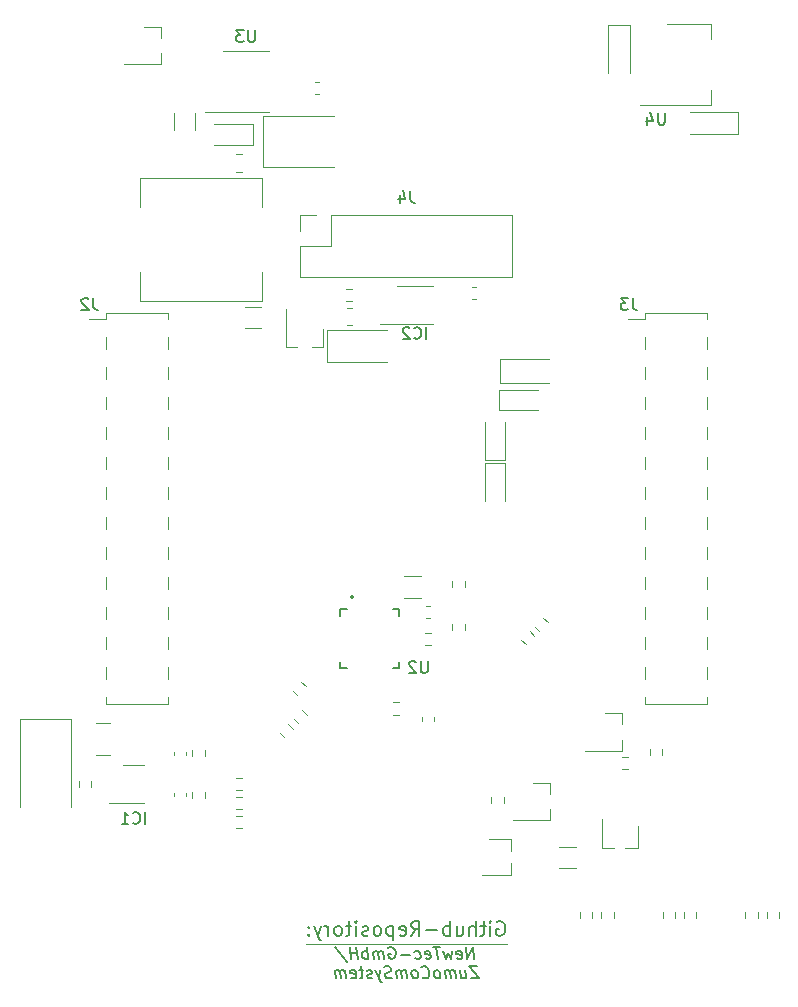
<source format=gbr>
%TF.GenerationSoftware,KiCad,Pcbnew,7.0.1*%
%TF.CreationDate,2023-12-18T13:28:22+01:00*%
%TF.ProjectId,ZumoComSystem,5a756d6f-436f-46d5-9379-7374656d2e6b,V1.2*%
%TF.SameCoordinates,Original*%
%TF.FileFunction,Legend,Bot*%
%TF.FilePolarity,Positive*%
%FSLAX45Y45*%
G04 Gerber Fmt 4.5, Leading zero omitted, Abs format (unit mm)*
G04 Created by KiCad (PCBNEW 7.0.1) date 2023-12-18 13:28:22*
%MOMM*%
%LPD*%
G01*
G04 APERTURE LIST*
%ADD10C,0.120000*%
%ADD11C,0.150000*%
%ADD12C,0.200000*%
%ADD13C,0.127000*%
G04 APERTURE END LIST*
D10*
X13851000Y-14080000D02*
X15551000Y-14080000D01*
D11*
X15272024Y-14211262D02*
X15259524Y-14111262D01*
X15259524Y-14111262D02*
X15214881Y-14211262D01*
X15214881Y-14211262D02*
X15202381Y-14111262D01*
X15129167Y-14206500D02*
X15139286Y-14211262D01*
X15139286Y-14211262D02*
X15158333Y-14211262D01*
X15158333Y-14211262D02*
X15167262Y-14206500D01*
X15167262Y-14206500D02*
X15170833Y-14196976D01*
X15170833Y-14196976D02*
X15166071Y-14158881D01*
X15166071Y-14158881D02*
X15160119Y-14149357D01*
X15160119Y-14149357D02*
X15150000Y-14144595D01*
X15150000Y-14144595D02*
X15130952Y-14144595D01*
X15130952Y-14144595D02*
X15122024Y-14149357D01*
X15122024Y-14149357D02*
X15118452Y-14158881D01*
X15118452Y-14158881D02*
X15119643Y-14168405D01*
X15119643Y-14168405D02*
X15168452Y-14177928D01*
X15083928Y-14144595D02*
X15073214Y-14211262D01*
X15073214Y-14211262D02*
X15048214Y-14163643D01*
X15048214Y-14163643D02*
X15035119Y-14211262D01*
X15035119Y-14211262D02*
X15007738Y-14144595D01*
X14980357Y-14111262D02*
X14923214Y-14111262D01*
X14964286Y-14211262D02*
X14951786Y-14111262D01*
X14864286Y-14206500D02*
X14874405Y-14211262D01*
X14874405Y-14211262D02*
X14893452Y-14211262D01*
X14893452Y-14211262D02*
X14902381Y-14206500D01*
X14902381Y-14206500D02*
X14905952Y-14196976D01*
X14905952Y-14196976D02*
X14901190Y-14158881D01*
X14901190Y-14158881D02*
X14895238Y-14149357D01*
X14895238Y-14149357D02*
X14885119Y-14144595D01*
X14885119Y-14144595D02*
X14866071Y-14144595D01*
X14866071Y-14144595D02*
X14857143Y-14149357D01*
X14857143Y-14149357D02*
X14853571Y-14158881D01*
X14853571Y-14158881D02*
X14854762Y-14168405D01*
X14854762Y-14168405D02*
X14903571Y-14177928D01*
X14774405Y-14206500D02*
X14784524Y-14211262D01*
X14784524Y-14211262D02*
X14803571Y-14211262D01*
X14803571Y-14211262D02*
X14812500Y-14206500D01*
X14812500Y-14206500D02*
X14816667Y-14201738D01*
X14816667Y-14201738D02*
X14820238Y-14192214D01*
X14820238Y-14192214D02*
X14816667Y-14163643D01*
X14816667Y-14163643D02*
X14810714Y-14154119D01*
X14810714Y-14154119D02*
X14805357Y-14149357D01*
X14805357Y-14149357D02*
X14795238Y-14144595D01*
X14795238Y-14144595D02*
X14776190Y-14144595D01*
X14776190Y-14144595D02*
X14767262Y-14149357D01*
X14727976Y-14173167D02*
X14651786Y-14173167D01*
X14544643Y-14116024D02*
X14553571Y-14111262D01*
X14553571Y-14111262D02*
X14567857Y-14111262D01*
X14567857Y-14111262D02*
X14582738Y-14116024D01*
X14582738Y-14116024D02*
X14593452Y-14125548D01*
X14593452Y-14125548D02*
X14599405Y-14135071D01*
X14599405Y-14135071D02*
X14606548Y-14154119D01*
X14606548Y-14154119D02*
X14608333Y-14168405D01*
X14608333Y-14168405D02*
X14605952Y-14187452D01*
X14605952Y-14187452D02*
X14602381Y-14196976D01*
X14602381Y-14196976D02*
X14594048Y-14206500D01*
X14594048Y-14206500D02*
X14580357Y-14211262D01*
X14580357Y-14211262D02*
X14570833Y-14211262D01*
X14570833Y-14211262D02*
X14555952Y-14206500D01*
X14555952Y-14206500D02*
X14550595Y-14201738D01*
X14550595Y-14201738D02*
X14546429Y-14168405D01*
X14546429Y-14168405D02*
X14565476Y-14168405D01*
X14509524Y-14211262D02*
X14501190Y-14144595D01*
X14502381Y-14154119D02*
X14497024Y-14149357D01*
X14497024Y-14149357D02*
X14486905Y-14144595D01*
X14486905Y-14144595D02*
X14472619Y-14144595D01*
X14472619Y-14144595D02*
X14463690Y-14149357D01*
X14463690Y-14149357D02*
X14460119Y-14158881D01*
X14460119Y-14158881D02*
X14466667Y-14211262D01*
X14460119Y-14158881D02*
X14454167Y-14149357D01*
X14454167Y-14149357D02*
X14444048Y-14144595D01*
X14444048Y-14144595D02*
X14429762Y-14144595D01*
X14429762Y-14144595D02*
X14420833Y-14149357D01*
X14420833Y-14149357D02*
X14417262Y-14158881D01*
X14417262Y-14158881D02*
X14423810Y-14211262D01*
X14376786Y-14211262D02*
X14364286Y-14111262D01*
X14369048Y-14149357D02*
X14358929Y-14144595D01*
X14358929Y-14144595D02*
X14339881Y-14144595D01*
X14339881Y-14144595D02*
X14330952Y-14149357D01*
X14330952Y-14149357D02*
X14326786Y-14154119D01*
X14326786Y-14154119D02*
X14323214Y-14163643D01*
X14323214Y-14163643D02*
X14326786Y-14192214D01*
X14326786Y-14192214D02*
X14332738Y-14201738D01*
X14332738Y-14201738D02*
X14338095Y-14206500D01*
X14338095Y-14206500D02*
X14348214Y-14211262D01*
X14348214Y-14211262D02*
X14367262Y-14211262D01*
X14367262Y-14211262D02*
X14376190Y-14206500D01*
X14286905Y-14211262D02*
X14274405Y-14111262D01*
X14280357Y-14158881D02*
X14223214Y-14158881D01*
X14229762Y-14211262D02*
X14217262Y-14111262D01*
X14098214Y-14106500D02*
X14200000Y-14235071D01*
X15298810Y-14273262D02*
X15232143Y-14273262D01*
X15232143Y-14273262D02*
X15311310Y-14373262D01*
X15311310Y-14373262D02*
X15244643Y-14373262D01*
X15155952Y-14306595D02*
X15164286Y-14373262D01*
X15198809Y-14306595D02*
X15205357Y-14358976D01*
X15205357Y-14358976D02*
X15201786Y-14368500D01*
X15201786Y-14368500D02*
X15192857Y-14373262D01*
X15192857Y-14373262D02*
X15178571Y-14373262D01*
X15178571Y-14373262D02*
X15168452Y-14368500D01*
X15168452Y-14368500D02*
X15163095Y-14363738D01*
X15117262Y-14373262D02*
X15108928Y-14306595D01*
X15110119Y-14316119D02*
X15104762Y-14311357D01*
X15104762Y-14311357D02*
X15094643Y-14306595D01*
X15094643Y-14306595D02*
X15080357Y-14306595D01*
X15080357Y-14306595D02*
X15071428Y-14311357D01*
X15071428Y-14311357D02*
X15067857Y-14320881D01*
X15067857Y-14320881D02*
X15074405Y-14373262D01*
X15067857Y-14320881D02*
X15061905Y-14311357D01*
X15061905Y-14311357D02*
X15051786Y-14306595D01*
X15051786Y-14306595D02*
X15037500Y-14306595D01*
X15037500Y-14306595D02*
X15028571Y-14311357D01*
X15028571Y-14311357D02*
X15025000Y-14320881D01*
X15025000Y-14320881D02*
X15031548Y-14373262D01*
X14970238Y-14373262D02*
X14979167Y-14368500D01*
X14979167Y-14368500D02*
X14983333Y-14363738D01*
X14983333Y-14363738D02*
X14986905Y-14354214D01*
X14986905Y-14354214D02*
X14983333Y-14325643D01*
X14983333Y-14325643D02*
X14977381Y-14316119D01*
X14977381Y-14316119D02*
X14972024Y-14311357D01*
X14972024Y-14311357D02*
X14961905Y-14306595D01*
X14961905Y-14306595D02*
X14947619Y-14306595D01*
X14947619Y-14306595D02*
X14938690Y-14311357D01*
X14938690Y-14311357D02*
X14934524Y-14316119D01*
X14934524Y-14316119D02*
X14930952Y-14325643D01*
X14930952Y-14325643D02*
X14934524Y-14354214D01*
X14934524Y-14354214D02*
X14940476Y-14363738D01*
X14940476Y-14363738D02*
X14945833Y-14368500D01*
X14945833Y-14368500D02*
X14955952Y-14373262D01*
X14955952Y-14373262D02*
X14970238Y-14373262D01*
X14836309Y-14363738D02*
X14841667Y-14368500D01*
X14841667Y-14368500D02*
X14856547Y-14373262D01*
X14856547Y-14373262D02*
X14866071Y-14373262D01*
X14866071Y-14373262D02*
X14879762Y-14368500D01*
X14879762Y-14368500D02*
X14888095Y-14358976D01*
X14888095Y-14358976D02*
X14891667Y-14349452D01*
X14891667Y-14349452D02*
X14894047Y-14330405D01*
X14894047Y-14330405D02*
X14892262Y-14316119D01*
X14892262Y-14316119D02*
X14885119Y-14297071D01*
X14885119Y-14297071D02*
X14879167Y-14287548D01*
X14879167Y-14287548D02*
X14868452Y-14278024D01*
X14868452Y-14278024D02*
X14853571Y-14273262D01*
X14853571Y-14273262D02*
X14844047Y-14273262D01*
X14844047Y-14273262D02*
X14830357Y-14278024D01*
X14830357Y-14278024D02*
X14826190Y-14282786D01*
X14780952Y-14373262D02*
X14789881Y-14368500D01*
X14789881Y-14368500D02*
X14794047Y-14363738D01*
X14794047Y-14363738D02*
X14797619Y-14354214D01*
X14797619Y-14354214D02*
X14794047Y-14325643D01*
X14794047Y-14325643D02*
X14788095Y-14316119D01*
X14788095Y-14316119D02*
X14782738Y-14311357D01*
X14782738Y-14311357D02*
X14772619Y-14306595D01*
X14772619Y-14306595D02*
X14758333Y-14306595D01*
X14758333Y-14306595D02*
X14749405Y-14311357D01*
X14749405Y-14311357D02*
X14745238Y-14316119D01*
X14745238Y-14316119D02*
X14741666Y-14325643D01*
X14741666Y-14325643D02*
X14745238Y-14354214D01*
X14745238Y-14354214D02*
X14751190Y-14363738D01*
X14751190Y-14363738D02*
X14756547Y-14368500D01*
X14756547Y-14368500D02*
X14766666Y-14373262D01*
X14766666Y-14373262D02*
X14780952Y-14373262D01*
X14705357Y-14373262D02*
X14697024Y-14306595D01*
X14698214Y-14316119D02*
X14692857Y-14311357D01*
X14692857Y-14311357D02*
X14682738Y-14306595D01*
X14682738Y-14306595D02*
X14668452Y-14306595D01*
X14668452Y-14306595D02*
X14659524Y-14311357D01*
X14659524Y-14311357D02*
X14655952Y-14320881D01*
X14655952Y-14320881D02*
X14662500Y-14373262D01*
X14655952Y-14320881D02*
X14650000Y-14311357D01*
X14650000Y-14311357D02*
X14639881Y-14306595D01*
X14639881Y-14306595D02*
X14625595Y-14306595D01*
X14625595Y-14306595D02*
X14616666Y-14311357D01*
X14616666Y-14311357D02*
X14613095Y-14320881D01*
X14613095Y-14320881D02*
X14619643Y-14373262D01*
X14576785Y-14368500D02*
X14563095Y-14373262D01*
X14563095Y-14373262D02*
X14539285Y-14373262D01*
X14539285Y-14373262D02*
X14529166Y-14368500D01*
X14529166Y-14368500D02*
X14523809Y-14363738D01*
X14523809Y-14363738D02*
X14517857Y-14354214D01*
X14517857Y-14354214D02*
X14516666Y-14344690D01*
X14516666Y-14344690D02*
X14520238Y-14335167D01*
X14520238Y-14335167D02*
X14524405Y-14330405D01*
X14524405Y-14330405D02*
X14533333Y-14325643D01*
X14533333Y-14325643D02*
X14551785Y-14320881D01*
X14551785Y-14320881D02*
X14560714Y-14316119D01*
X14560714Y-14316119D02*
X14564881Y-14311357D01*
X14564881Y-14311357D02*
X14568452Y-14301833D01*
X14568452Y-14301833D02*
X14567262Y-14292309D01*
X14567262Y-14292309D02*
X14561309Y-14282786D01*
X14561309Y-14282786D02*
X14555952Y-14278024D01*
X14555952Y-14278024D02*
X14545833Y-14273262D01*
X14545833Y-14273262D02*
X14522024Y-14273262D01*
X14522024Y-14273262D02*
X14508333Y-14278024D01*
X14479166Y-14306595D02*
X14463690Y-14373262D01*
X14431547Y-14306595D02*
X14463690Y-14373262D01*
X14463690Y-14373262D02*
X14476190Y-14397071D01*
X14476190Y-14397071D02*
X14481547Y-14401833D01*
X14481547Y-14401833D02*
X14491666Y-14406595D01*
X14410714Y-14368500D02*
X14401785Y-14373262D01*
X14401785Y-14373262D02*
X14382738Y-14373262D01*
X14382738Y-14373262D02*
X14372619Y-14368500D01*
X14372619Y-14368500D02*
X14366666Y-14358976D01*
X14366666Y-14358976D02*
X14366071Y-14354214D01*
X14366071Y-14354214D02*
X14369643Y-14344690D01*
X14369643Y-14344690D02*
X14378571Y-14339928D01*
X14378571Y-14339928D02*
X14392857Y-14339928D01*
X14392857Y-14339928D02*
X14401785Y-14335167D01*
X14401785Y-14335167D02*
X14405357Y-14325643D01*
X14405357Y-14325643D02*
X14404762Y-14320881D01*
X14404762Y-14320881D02*
X14398809Y-14311357D01*
X14398809Y-14311357D02*
X14388690Y-14306595D01*
X14388690Y-14306595D02*
X14374404Y-14306595D01*
X14374404Y-14306595D02*
X14365476Y-14311357D01*
X14332143Y-14306595D02*
X14294047Y-14306595D01*
X14313690Y-14273262D02*
X14324405Y-14358976D01*
X14324405Y-14358976D02*
X14320833Y-14368500D01*
X14320833Y-14368500D02*
X14311905Y-14373262D01*
X14311905Y-14373262D02*
X14302381Y-14373262D01*
X14230952Y-14368500D02*
X14241071Y-14373262D01*
X14241071Y-14373262D02*
X14260119Y-14373262D01*
X14260119Y-14373262D02*
X14269047Y-14368500D01*
X14269047Y-14368500D02*
X14272619Y-14358976D01*
X14272619Y-14358976D02*
X14267857Y-14320881D01*
X14267857Y-14320881D02*
X14261905Y-14311357D01*
X14261905Y-14311357D02*
X14251785Y-14306595D01*
X14251785Y-14306595D02*
X14232738Y-14306595D01*
X14232738Y-14306595D02*
X14223809Y-14311357D01*
X14223809Y-14311357D02*
X14220238Y-14320881D01*
X14220238Y-14320881D02*
X14221428Y-14330405D01*
X14221428Y-14330405D02*
X14270238Y-14339928D01*
X14184524Y-14373262D02*
X14176190Y-14306595D01*
X14177381Y-14316119D02*
X14172024Y-14311357D01*
X14172024Y-14311357D02*
X14161905Y-14306595D01*
X14161905Y-14306595D02*
X14147619Y-14306595D01*
X14147619Y-14306595D02*
X14138690Y-14311357D01*
X14138690Y-14311357D02*
X14135119Y-14320881D01*
X14135119Y-14320881D02*
X14141666Y-14373262D01*
X14135119Y-14320881D02*
X14129166Y-14311357D01*
X14129166Y-14311357D02*
X14119047Y-14306595D01*
X14119047Y-14306595D02*
X14104762Y-14306595D01*
X14104762Y-14306595D02*
X14095833Y-14311357D01*
X14095833Y-14311357D02*
X14092262Y-14320881D01*
X14092262Y-14320881D02*
X14098809Y-14373262D01*
D12*
X15466714Y-13898228D02*
X15478143Y-13892514D01*
X15478143Y-13892514D02*
X15495286Y-13892514D01*
X15495286Y-13892514D02*
X15512428Y-13898228D01*
X15512428Y-13898228D02*
X15523857Y-13909657D01*
X15523857Y-13909657D02*
X15529571Y-13921086D01*
X15529571Y-13921086D02*
X15535286Y-13943943D01*
X15535286Y-13943943D02*
X15535286Y-13961086D01*
X15535286Y-13961086D02*
X15529571Y-13983943D01*
X15529571Y-13983943D02*
X15523857Y-13995371D01*
X15523857Y-13995371D02*
X15512428Y-14006800D01*
X15512428Y-14006800D02*
X15495286Y-14012514D01*
X15495286Y-14012514D02*
X15483857Y-14012514D01*
X15483857Y-14012514D02*
X15466714Y-14006800D01*
X15466714Y-14006800D02*
X15461000Y-14001086D01*
X15461000Y-14001086D02*
X15461000Y-13961086D01*
X15461000Y-13961086D02*
X15483857Y-13961086D01*
X15409571Y-14012514D02*
X15409571Y-13932514D01*
X15409571Y-13892514D02*
X15415286Y-13898228D01*
X15415286Y-13898228D02*
X15409571Y-13903943D01*
X15409571Y-13903943D02*
X15403857Y-13898228D01*
X15403857Y-13898228D02*
X15409571Y-13892514D01*
X15409571Y-13892514D02*
X15409571Y-13903943D01*
X15369571Y-13932514D02*
X15323857Y-13932514D01*
X15352428Y-13892514D02*
X15352428Y-13995371D01*
X15352428Y-13995371D02*
X15346714Y-14006800D01*
X15346714Y-14006800D02*
X15335286Y-14012514D01*
X15335286Y-14012514D02*
X15323857Y-14012514D01*
X15283857Y-14012514D02*
X15283857Y-13892514D01*
X15232428Y-14012514D02*
X15232428Y-13949657D01*
X15232428Y-13949657D02*
X15238143Y-13938228D01*
X15238143Y-13938228D02*
X15249571Y-13932514D01*
X15249571Y-13932514D02*
X15266714Y-13932514D01*
X15266714Y-13932514D02*
X15278143Y-13938228D01*
X15278143Y-13938228D02*
X15283857Y-13943943D01*
X15123857Y-13932514D02*
X15123857Y-14012514D01*
X15175286Y-13932514D02*
X15175286Y-13995371D01*
X15175286Y-13995371D02*
X15169571Y-14006800D01*
X15169571Y-14006800D02*
X15158143Y-14012514D01*
X15158143Y-14012514D02*
X15141000Y-14012514D01*
X15141000Y-14012514D02*
X15129571Y-14006800D01*
X15129571Y-14006800D02*
X15123857Y-14001086D01*
X15066714Y-14012514D02*
X15066714Y-13892514D01*
X15066714Y-13938228D02*
X15055286Y-13932514D01*
X15055286Y-13932514D02*
X15032428Y-13932514D01*
X15032428Y-13932514D02*
X15021000Y-13938228D01*
X15021000Y-13938228D02*
X15015286Y-13943943D01*
X15015286Y-13943943D02*
X15009571Y-13955371D01*
X15009571Y-13955371D02*
X15009571Y-13989657D01*
X15009571Y-13989657D02*
X15015286Y-14001086D01*
X15015286Y-14001086D02*
X15021000Y-14006800D01*
X15021000Y-14006800D02*
X15032428Y-14012514D01*
X15032428Y-14012514D02*
X15055286Y-14012514D01*
X15055286Y-14012514D02*
X15066714Y-14006800D01*
X14958143Y-13966800D02*
X14866714Y-13966800D01*
X14741000Y-14012514D02*
X14781000Y-13955371D01*
X14809571Y-14012514D02*
X14809571Y-13892514D01*
X14809571Y-13892514D02*
X14763857Y-13892514D01*
X14763857Y-13892514D02*
X14752429Y-13898228D01*
X14752429Y-13898228D02*
X14746714Y-13903943D01*
X14746714Y-13903943D02*
X14741000Y-13915371D01*
X14741000Y-13915371D02*
X14741000Y-13932514D01*
X14741000Y-13932514D02*
X14746714Y-13943943D01*
X14746714Y-13943943D02*
X14752429Y-13949657D01*
X14752429Y-13949657D02*
X14763857Y-13955371D01*
X14763857Y-13955371D02*
X14809571Y-13955371D01*
X14643857Y-14006800D02*
X14655286Y-14012514D01*
X14655286Y-14012514D02*
X14678143Y-14012514D01*
X14678143Y-14012514D02*
X14689571Y-14006800D01*
X14689571Y-14006800D02*
X14695286Y-13995371D01*
X14695286Y-13995371D02*
X14695286Y-13949657D01*
X14695286Y-13949657D02*
X14689571Y-13938228D01*
X14689571Y-13938228D02*
X14678143Y-13932514D01*
X14678143Y-13932514D02*
X14655286Y-13932514D01*
X14655286Y-13932514D02*
X14643857Y-13938228D01*
X14643857Y-13938228D02*
X14638143Y-13949657D01*
X14638143Y-13949657D02*
X14638143Y-13961086D01*
X14638143Y-13961086D02*
X14695286Y-13972514D01*
X14586714Y-13932514D02*
X14586714Y-14052514D01*
X14586714Y-13938228D02*
X14575286Y-13932514D01*
X14575286Y-13932514D02*
X14552429Y-13932514D01*
X14552429Y-13932514D02*
X14541000Y-13938228D01*
X14541000Y-13938228D02*
X14535286Y-13943943D01*
X14535286Y-13943943D02*
X14529571Y-13955371D01*
X14529571Y-13955371D02*
X14529571Y-13989657D01*
X14529571Y-13989657D02*
X14535286Y-14001086D01*
X14535286Y-14001086D02*
X14541000Y-14006800D01*
X14541000Y-14006800D02*
X14552429Y-14012514D01*
X14552429Y-14012514D02*
X14575286Y-14012514D01*
X14575286Y-14012514D02*
X14586714Y-14006800D01*
X14461000Y-14012514D02*
X14472429Y-14006800D01*
X14472429Y-14006800D02*
X14478143Y-14001086D01*
X14478143Y-14001086D02*
X14483857Y-13989657D01*
X14483857Y-13989657D02*
X14483857Y-13955371D01*
X14483857Y-13955371D02*
X14478143Y-13943943D01*
X14478143Y-13943943D02*
X14472429Y-13938228D01*
X14472429Y-13938228D02*
X14461000Y-13932514D01*
X14461000Y-13932514D02*
X14443857Y-13932514D01*
X14443857Y-13932514D02*
X14432429Y-13938228D01*
X14432429Y-13938228D02*
X14426714Y-13943943D01*
X14426714Y-13943943D02*
X14421000Y-13955371D01*
X14421000Y-13955371D02*
X14421000Y-13989657D01*
X14421000Y-13989657D02*
X14426714Y-14001086D01*
X14426714Y-14001086D02*
X14432429Y-14006800D01*
X14432429Y-14006800D02*
X14443857Y-14012514D01*
X14443857Y-14012514D02*
X14461000Y-14012514D01*
X14375286Y-14006800D02*
X14363857Y-14012514D01*
X14363857Y-14012514D02*
X14341000Y-14012514D01*
X14341000Y-14012514D02*
X14329571Y-14006800D01*
X14329571Y-14006800D02*
X14323857Y-13995371D01*
X14323857Y-13995371D02*
X14323857Y-13989657D01*
X14323857Y-13989657D02*
X14329571Y-13978228D01*
X14329571Y-13978228D02*
X14341000Y-13972514D01*
X14341000Y-13972514D02*
X14358143Y-13972514D01*
X14358143Y-13972514D02*
X14369571Y-13966800D01*
X14369571Y-13966800D02*
X14375286Y-13955371D01*
X14375286Y-13955371D02*
X14375286Y-13949657D01*
X14375286Y-13949657D02*
X14369571Y-13938228D01*
X14369571Y-13938228D02*
X14358143Y-13932514D01*
X14358143Y-13932514D02*
X14341000Y-13932514D01*
X14341000Y-13932514D02*
X14329571Y-13938228D01*
X14272429Y-14012514D02*
X14272429Y-13932514D01*
X14272429Y-13892514D02*
X14278143Y-13898228D01*
X14278143Y-13898228D02*
X14272429Y-13903943D01*
X14272429Y-13903943D02*
X14266714Y-13898228D01*
X14266714Y-13898228D02*
X14272429Y-13892514D01*
X14272429Y-13892514D02*
X14272429Y-13903943D01*
X14232429Y-13932514D02*
X14186714Y-13932514D01*
X14215286Y-13892514D02*
X14215286Y-13995371D01*
X14215286Y-13995371D02*
X14209571Y-14006800D01*
X14209571Y-14006800D02*
X14198143Y-14012514D01*
X14198143Y-14012514D02*
X14186714Y-14012514D01*
X14129571Y-14012514D02*
X14141000Y-14006800D01*
X14141000Y-14006800D02*
X14146714Y-14001086D01*
X14146714Y-14001086D02*
X14152429Y-13989657D01*
X14152429Y-13989657D02*
X14152429Y-13955371D01*
X14152429Y-13955371D02*
X14146714Y-13943943D01*
X14146714Y-13943943D02*
X14141000Y-13938228D01*
X14141000Y-13938228D02*
X14129571Y-13932514D01*
X14129571Y-13932514D02*
X14112429Y-13932514D01*
X14112429Y-13932514D02*
X14101000Y-13938228D01*
X14101000Y-13938228D02*
X14095286Y-13943943D01*
X14095286Y-13943943D02*
X14089571Y-13955371D01*
X14089571Y-13955371D02*
X14089571Y-13989657D01*
X14089571Y-13989657D02*
X14095286Y-14001086D01*
X14095286Y-14001086D02*
X14101000Y-14006800D01*
X14101000Y-14006800D02*
X14112429Y-14012514D01*
X14112429Y-14012514D02*
X14129571Y-14012514D01*
X14038143Y-14012514D02*
X14038143Y-13932514D01*
X14038143Y-13955371D02*
X14032429Y-13943943D01*
X14032429Y-13943943D02*
X14026714Y-13938228D01*
X14026714Y-13938228D02*
X14015286Y-13932514D01*
X14015286Y-13932514D02*
X14003857Y-13932514D01*
X13975286Y-13932514D02*
X13946714Y-14012514D01*
X13918143Y-13932514D02*
X13946714Y-14012514D01*
X13946714Y-14012514D02*
X13958143Y-14041086D01*
X13958143Y-14041086D02*
X13963857Y-14046800D01*
X13963857Y-14046800D02*
X13975286Y-14052514D01*
X13872429Y-14001086D02*
X13866714Y-14006800D01*
X13866714Y-14006800D02*
X13872429Y-14012514D01*
X13872429Y-14012514D02*
X13878143Y-14006800D01*
X13878143Y-14006800D02*
X13872429Y-14001086D01*
X13872429Y-14001086D02*
X13872429Y-14012514D01*
X13872429Y-13938228D02*
X13866714Y-13943943D01*
X13866714Y-13943943D02*
X13872429Y-13949657D01*
X13872429Y-13949657D02*
X13878143Y-13943943D01*
X13878143Y-13943943D02*
X13872429Y-13938228D01*
X13872429Y-13938228D02*
X13872429Y-13949657D01*
D11*
%TO.C,U2*%
X14878190Y-11688262D02*
X14878190Y-11769214D01*
X14878190Y-11769214D02*
X14873428Y-11778738D01*
X14873428Y-11778738D02*
X14868667Y-11783500D01*
X14868667Y-11783500D02*
X14859143Y-11788262D01*
X14859143Y-11788262D02*
X14840095Y-11788262D01*
X14840095Y-11788262D02*
X14830571Y-11783500D01*
X14830571Y-11783500D02*
X14825809Y-11778738D01*
X14825809Y-11778738D02*
X14821048Y-11769214D01*
X14821048Y-11769214D02*
X14821048Y-11688262D01*
X14778190Y-11697786D02*
X14773428Y-11693024D01*
X14773428Y-11693024D02*
X14763905Y-11688262D01*
X14763905Y-11688262D02*
X14740095Y-11688262D01*
X14740095Y-11688262D02*
X14730571Y-11693024D01*
X14730571Y-11693024D02*
X14725809Y-11697786D01*
X14725809Y-11697786D02*
X14721048Y-11707309D01*
X14721048Y-11707309D02*
X14721048Y-11716833D01*
X14721048Y-11716833D02*
X14725809Y-11731119D01*
X14725809Y-11731119D02*
X14782952Y-11788262D01*
X14782952Y-11788262D02*
X14721048Y-11788262D01*
%TO.C,J2*%
X12047833Y-8615262D02*
X12047833Y-8686690D01*
X12047833Y-8686690D02*
X12052595Y-8700976D01*
X12052595Y-8700976D02*
X12062119Y-8710500D01*
X12062119Y-8710500D02*
X12076405Y-8715262D01*
X12076405Y-8715262D02*
X12085928Y-8715262D01*
X12004976Y-8624786D02*
X12000214Y-8620024D01*
X12000214Y-8620024D02*
X11990690Y-8615262D01*
X11990690Y-8615262D02*
X11966881Y-8615262D01*
X11966881Y-8615262D02*
X11957357Y-8620024D01*
X11957357Y-8620024D02*
X11952595Y-8624786D01*
X11952595Y-8624786D02*
X11947833Y-8634310D01*
X11947833Y-8634310D02*
X11947833Y-8643833D01*
X11947833Y-8643833D02*
X11952595Y-8658119D01*
X11952595Y-8658119D02*
X12009738Y-8715262D01*
X12009738Y-8715262D02*
X11947833Y-8715262D01*
%TO.C,U3*%
X13416190Y-6346262D02*
X13416190Y-6427214D01*
X13416190Y-6427214D02*
X13411428Y-6436738D01*
X13411428Y-6436738D02*
X13406667Y-6441500D01*
X13406667Y-6441500D02*
X13397143Y-6446262D01*
X13397143Y-6446262D02*
X13378095Y-6446262D01*
X13378095Y-6446262D02*
X13368571Y-6441500D01*
X13368571Y-6441500D02*
X13363809Y-6436738D01*
X13363809Y-6436738D02*
X13359048Y-6427214D01*
X13359048Y-6427214D02*
X13359048Y-6346262D01*
X13320952Y-6346262D02*
X13259048Y-6346262D01*
X13259048Y-6346262D02*
X13292381Y-6384357D01*
X13292381Y-6384357D02*
X13278095Y-6384357D01*
X13278095Y-6384357D02*
X13268571Y-6389119D01*
X13268571Y-6389119D02*
X13263809Y-6393881D01*
X13263809Y-6393881D02*
X13259048Y-6403405D01*
X13259048Y-6403405D02*
X13259048Y-6427214D01*
X13259048Y-6427214D02*
X13263809Y-6436738D01*
X13263809Y-6436738D02*
X13268571Y-6441500D01*
X13268571Y-6441500D02*
X13278095Y-6446262D01*
X13278095Y-6446262D02*
X13306667Y-6446262D01*
X13306667Y-6446262D02*
X13316190Y-6441500D01*
X13316190Y-6441500D02*
X13320952Y-6436738D01*
%TO.C,U4*%
X16886190Y-7046262D02*
X16886190Y-7127214D01*
X16886190Y-7127214D02*
X16881429Y-7136738D01*
X16881429Y-7136738D02*
X16876667Y-7141500D01*
X16876667Y-7141500D02*
X16867143Y-7146262D01*
X16867143Y-7146262D02*
X16848095Y-7146262D01*
X16848095Y-7146262D02*
X16838571Y-7141500D01*
X16838571Y-7141500D02*
X16833810Y-7136738D01*
X16833810Y-7136738D02*
X16829048Y-7127214D01*
X16829048Y-7127214D02*
X16829048Y-7046262D01*
X16738571Y-7079595D02*
X16738571Y-7146262D01*
X16762381Y-7041500D02*
X16786190Y-7112928D01*
X16786190Y-7112928D02*
X16724286Y-7112928D01*
%TO.C,J3*%
X16613833Y-8616262D02*
X16613833Y-8687690D01*
X16613833Y-8687690D02*
X16618595Y-8701976D01*
X16618595Y-8701976D02*
X16628119Y-8711500D01*
X16628119Y-8711500D02*
X16642405Y-8716262D01*
X16642405Y-8716262D02*
X16651928Y-8716262D01*
X16575738Y-8616262D02*
X16513833Y-8616262D01*
X16513833Y-8616262D02*
X16547167Y-8654357D01*
X16547167Y-8654357D02*
X16532881Y-8654357D01*
X16532881Y-8654357D02*
X16523357Y-8659119D01*
X16523357Y-8659119D02*
X16518595Y-8663881D01*
X16518595Y-8663881D02*
X16513833Y-8673405D01*
X16513833Y-8673405D02*
X16513833Y-8697214D01*
X16513833Y-8697214D02*
X16518595Y-8706738D01*
X16518595Y-8706738D02*
X16523357Y-8711500D01*
X16523357Y-8711500D02*
X16532881Y-8716262D01*
X16532881Y-8716262D02*
X16561452Y-8716262D01*
X16561452Y-8716262D02*
X16570976Y-8711500D01*
X16570976Y-8711500D02*
X16575738Y-8706738D01*
%TO.C,J4*%
X14733333Y-7706262D02*
X14733333Y-7777690D01*
X14733333Y-7777690D02*
X14738095Y-7791976D01*
X14738095Y-7791976D02*
X14747619Y-7801500D01*
X14747619Y-7801500D02*
X14761905Y-7806262D01*
X14761905Y-7806262D02*
X14771428Y-7806262D01*
X14642857Y-7739595D02*
X14642857Y-7806262D01*
X14666667Y-7701500D02*
X14690476Y-7772928D01*
X14690476Y-7772928D02*
X14628571Y-7772928D01*
%TO.C,IC1*%
X12487619Y-13066262D02*
X12487619Y-12966262D01*
X12382857Y-13056738D02*
X12387619Y-13061500D01*
X12387619Y-13061500D02*
X12401905Y-13066262D01*
X12401905Y-13066262D02*
X12411428Y-13066262D01*
X12411428Y-13066262D02*
X12425714Y-13061500D01*
X12425714Y-13061500D02*
X12435238Y-13051976D01*
X12435238Y-13051976D02*
X12440000Y-13042452D01*
X12440000Y-13042452D02*
X12444762Y-13023405D01*
X12444762Y-13023405D02*
X12444762Y-13009119D01*
X12444762Y-13009119D02*
X12440000Y-12990071D01*
X12440000Y-12990071D02*
X12435238Y-12980548D01*
X12435238Y-12980548D02*
X12425714Y-12971024D01*
X12425714Y-12971024D02*
X12411428Y-12966262D01*
X12411428Y-12966262D02*
X12401905Y-12966262D01*
X12401905Y-12966262D02*
X12387619Y-12971024D01*
X12387619Y-12971024D02*
X12382857Y-12975786D01*
X12287619Y-13066262D02*
X12344762Y-13066262D01*
X12316190Y-13066262D02*
X12316190Y-12966262D01*
X12316190Y-12966262D02*
X12325714Y-12980548D01*
X12325714Y-12980548D02*
X12335238Y-12990071D01*
X12335238Y-12990071D02*
X12344762Y-12994833D01*
%TO.C,IC2*%
X14867619Y-8961262D02*
X14867619Y-8861262D01*
X14762857Y-8951738D02*
X14767619Y-8956500D01*
X14767619Y-8956500D02*
X14781905Y-8961262D01*
X14781905Y-8961262D02*
X14791428Y-8961262D01*
X14791428Y-8961262D02*
X14805714Y-8956500D01*
X14805714Y-8956500D02*
X14815238Y-8946976D01*
X14815238Y-8946976D02*
X14820000Y-8937452D01*
X14820000Y-8937452D02*
X14824762Y-8918405D01*
X14824762Y-8918405D02*
X14824762Y-8904119D01*
X14824762Y-8904119D02*
X14820000Y-8885071D01*
X14820000Y-8885071D02*
X14815238Y-8875548D01*
X14815238Y-8875548D02*
X14805714Y-8866024D01*
X14805714Y-8866024D02*
X14791428Y-8861262D01*
X14791428Y-8861262D02*
X14781905Y-8861262D01*
X14781905Y-8861262D02*
X14767619Y-8866024D01*
X14767619Y-8866024D02*
X14762857Y-8870786D01*
X14724762Y-8870786D02*
X14720000Y-8866024D01*
X14720000Y-8866024D02*
X14710476Y-8861262D01*
X14710476Y-8861262D02*
X14686667Y-8861262D01*
X14686667Y-8861262D02*
X14677143Y-8866024D01*
X14677143Y-8866024D02*
X14672381Y-8870786D01*
X14672381Y-8870786D02*
X14667619Y-8880310D01*
X14667619Y-8880310D02*
X14667619Y-8889833D01*
X14667619Y-8889833D02*
X14672381Y-8904119D01*
X14672381Y-8904119D02*
X14729524Y-8961262D01*
X14729524Y-8961262D02*
X14667619Y-8961262D01*
D10*
%TO.C,D10*%
X11855000Y-12179000D02*
X11855000Y-12920000D01*
X11425000Y-12179000D02*
X11855000Y-12179000D01*
X11425000Y-12179000D02*
X11425000Y-12920000D01*
%TO.C,Q3*%
X15579000Y-13500000D02*
X15336000Y-13500000D01*
X15581000Y-13194000D02*
X15396000Y-13194000D01*
X15581000Y-13299000D02*
X15581000Y-13194000D01*
X15581000Y-13499000D02*
X15581000Y-13399000D01*
%TO.C,R21*%
X15987294Y-13259000D02*
X16132706Y-13259000D01*
X15987294Y-13441000D02*
X16132706Y-13441000D01*
%TO.C,L1*%
X13478000Y-8638000D02*
X12442000Y-8638000D01*
X13478000Y-8397500D02*
X13478000Y-8638000D01*
X13478000Y-7842500D02*
X13478000Y-7602000D01*
X13478000Y-7602000D02*
X12442000Y-7602000D01*
X12442000Y-8638000D02*
X12442000Y-8397500D01*
X12442000Y-7602000D02*
X12442000Y-7842500D01*
%TO.C,Q2*%
X16351500Y-13271000D02*
X16351500Y-13028000D01*
X16657500Y-13273000D02*
X16657500Y-13088000D01*
X16552500Y-13273000D02*
X16657500Y-13273000D01*
X16352500Y-13273000D02*
X16452500Y-13273000D01*
%TO.C,R13*%
X15858935Y-11325042D02*
X15894958Y-11361065D01*
X15785042Y-11398935D02*
X15821065Y-11434958D01*
D13*
%TO.C,U2*%
X14637500Y-11250500D02*
X14582500Y-11250500D01*
X14637500Y-11250500D02*
X14637500Y-11305500D01*
X14137500Y-11250500D02*
X14192500Y-11250500D01*
X14137500Y-11250500D02*
X14137500Y-11305500D01*
X14637500Y-11750500D02*
X14637500Y-11695500D01*
X14637500Y-11750500D02*
X14582500Y-11750500D01*
X14137500Y-11750500D02*
X14137500Y-11695500D01*
X14137500Y-11750500D02*
X14192500Y-11750500D01*
D12*
X14247500Y-11146500D02*
G75*
G03*
X14247500Y-11146500I-10000J0D01*
G01*
D10*
%TO.C,R12*%
X15746435Y-11437042D02*
X15782458Y-11473065D01*
X15672542Y-11510935D02*
X15708565Y-11546958D01*
%TO.C,R8*%
X16972250Y-13812028D02*
X16972250Y-13862972D01*
X16867750Y-13812028D02*
X16867750Y-13862972D01*
%TO.C,R11*%
X17852250Y-13812028D02*
X17852250Y-13862972D01*
X17747750Y-13812028D02*
X17747750Y-13862972D01*
%TO.C,C3*%
X12831000Y-12805373D02*
X12831000Y-12834627D01*
X12729000Y-12805373D02*
X12729000Y-12834627D01*
%TO.C,C7*%
X14678875Y-10970000D02*
X14821125Y-10970000D01*
X14678875Y-11152000D02*
X14821125Y-11152000D01*
%TO.C,C8*%
X14865373Y-11219000D02*
X14894627Y-11219000D01*
X14865373Y-11321000D02*
X14894627Y-11321000D01*
%TO.C,R2*%
X13305472Y-12782250D02*
X13254528Y-12782250D01*
X13305472Y-12677750D02*
X13254528Y-12677750D01*
%TO.C,C1*%
X12729000Y-12484627D02*
X12729000Y-12455373D01*
X12831000Y-12484627D02*
X12831000Y-12455373D01*
%TO.C,R19*%
X14191278Y-8537750D02*
X14242222Y-8537750D01*
X14191278Y-8642250D02*
X14242222Y-8642250D01*
%TO.C,Q1*%
X16526000Y-12132000D02*
X16380000Y-12132000D01*
X16526000Y-12132000D02*
X16526000Y-12225000D01*
X16526000Y-12448000D02*
X16210000Y-12448000D01*
X16526000Y-12448000D02*
X16526000Y-12355000D01*
%TO.C,J2*%
X12677000Y-12052000D02*
X12157000Y-12052000D01*
X12677000Y-11995000D02*
X12677000Y-12052000D01*
X12677000Y-11741000D02*
X12677000Y-11843000D01*
X12677000Y-11487000D02*
X12677000Y-11589000D01*
X12677000Y-11233000D02*
X12677000Y-11335000D01*
X12677000Y-10979000D02*
X12677000Y-11081000D01*
X12677000Y-10725000D02*
X12677000Y-10827000D01*
X12677000Y-10471000D02*
X12677000Y-10573000D01*
X12677000Y-10217000D02*
X12677000Y-10319000D01*
X12677000Y-9963000D02*
X12677000Y-10065000D01*
X12677000Y-9709000D02*
X12677000Y-9811000D01*
X12677000Y-9455000D02*
X12677000Y-9557000D01*
X12677000Y-9201000D02*
X12677000Y-9303000D01*
X12677000Y-8947000D02*
X12677000Y-9049000D01*
X12677000Y-8738000D02*
X12677000Y-8795000D01*
X12677000Y-8738000D02*
X12157000Y-8738000D01*
X12157000Y-11995000D02*
X12157000Y-12052000D01*
X12157000Y-11741000D02*
X12157000Y-11843000D01*
X12157000Y-11487000D02*
X12157000Y-11589000D01*
X12157000Y-11233000D02*
X12157000Y-11335000D01*
X12157000Y-10979000D02*
X12157000Y-11081000D01*
X12157000Y-10725000D02*
X12157000Y-10827000D01*
X12157000Y-10471000D02*
X12157000Y-10573000D01*
X12157000Y-10217000D02*
X12157000Y-10319000D01*
X12157000Y-9963000D02*
X12157000Y-10065000D01*
X12157000Y-9709000D02*
X12157000Y-9811000D01*
X12157000Y-9455000D02*
X12157000Y-9557000D01*
X12157000Y-9201000D02*
X12157000Y-9303000D01*
X12157000Y-8947000D02*
X12157000Y-9049000D01*
X12157000Y-8795000D02*
X12013000Y-8795000D01*
X12157000Y-8738000D02*
X12157000Y-8795000D01*
%TO.C,C4*%
X15258373Y-8519000D02*
X15287627Y-8519000D01*
X15258373Y-8621000D02*
X15287627Y-8621000D01*
%TO.C,D16*%
X15490000Y-9130000D02*
X15905000Y-9130000D01*
X15490000Y-9330000D02*
X15490000Y-9130000D01*
X15490000Y-9330000D02*
X15905000Y-9330000D01*
%TO.C,R17*%
X12887750Y-12845472D02*
X12887750Y-12794528D01*
X12992250Y-12845472D02*
X12992250Y-12794528D01*
%TO.C,R14*%
X16575472Y-12602250D02*
X16524528Y-12602250D01*
X16575472Y-12497750D02*
X16524528Y-12497750D01*
%TO.C,C6*%
X14931000Y-12165373D02*
X14931000Y-12194627D01*
X14829000Y-12165373D02*
X14829000Y-12194627D01*
%TO.C,U3*%
X13340000Y-6524000D02*
X13145000Y-6524000D01*
X13340000Y-6524000D02*
X13535000Y-6524000D01*
X13340000Y-7036000D02*
X12995000Y-7036000D01*
X13340000Y-7036000D02*
X13535000Y-7036000D01*
%TO.C,D6*%
X15535000Y-10009000D02*
X15535000Y-10335000D01*
X15365000Y-10009000D02*
X15535000Y-10009000D01*
X15365000Y-10009000D02*
X15365000Y-10335000D01*
%TO.C,R24*%
X13661065Y-12334958D02*
X13625042Y-12298935D01*
X13734958Y-12261065D02*
X13698935Y-12225042D01*
%TO.C,Q4*%
X13994750Y-9026000D02*
X13994750Y-8880000D01*
X13994750Y-9026000D02*
X13901750Y-9026000D01*
X13678750Y-9026000D02*
X13678750Y-8710000D01*
X13678750Y-9026000D02*
X13771750Y-9026000D01*
%TO.C,R23*%
X13818935Y-12105042D02*
X13854958Y-12141065D01*
X13745042Y-12178935D02*
X13781065Y-12214958D01*
%TO.C,C11*%
X16593500Y-6301500D02*
X16593500Y-6710000D01*
X16406500Y-6301500D02*
X16593500Y-6301500D01*
X16406500Y-6710000D02*
X16406500Y-6301500D01*
%TO.C,Q5*%
X15916000Y-12717000D02*
X15770000Y-12717000D01*
X15916000Y-12717000D02*
X15916000Y-12810000D01*
X15916000Y-13033000D02*
X15600000Y-13033000D01*
X15916000Y-13033000D02*
X15916000Y-12940000D01*
%TO.C,R16*%
X12887750Y-12495472D02*
X12887750Y-12444528D01*
X12992250Y-12495472D02*
X12992250Y-12444528D01*
%TO.C,R25*%
X14584528Y-12037750D02*
X14635472Y-12037750D01*
X14584528Y-12142250D02*
X14635472Y-12142250D01*
%TO.C,C9*%
X12911000Y-7048875D02*
X12911000Y-7191125D01*
X12729000Y-7048875D02*
X12729000Y-7191125D01*
%TO.C,C14*%
X17508500Y-7223500D02*
X17100000Y-7223500D01*
X17508500Y-7036500D02*
X17508500Y-7223500D01*
X17100000Y-7036500D02*
X17508500Y-7036500D01*
%TO.C,U4*%
X16680000Y-6977000D02*
X17281000Y-6977000D01*
X16905000Y-6295000D02*
X17281000Y-6295000D01*
X17281000Y-6295000D02*
X17281000Y-6421000D01*
X17281000Y-6977000D02*
X17281000Y-6851000D01*
%TO.C,C13*%
X13328875Y-8689000D02*
X13471125Y-8689000D01*
X13328875Y-8871000D02*
X13471125Y-8871000D01*
%TO.C,R5*%
X13735042Y-11938935D02*
X13771065Y-11974958D01*
X13808935Y-11865042D02*
X13844958Y-11901065D01*
%TO.C,D7*%
X15365000Y-9988500D02*
X15365000Y-9662500D01*
X15535000Y-9988500D02*
X15365000Y-9988500D01*
X15535000Y-9988500D02*
X15535000Y-9662500D01*
%TO.C,R26*%
X15417750Y-12894222D02*
X15417750Y-12843278D01*
X15522250Y-12894222D02*
X15522250Y-12843278D01*
%TO.C,D5*%
X15484000Y-9395000D02*
X15810000Y-9395000D01*
X15484000Y-9565000D02*
X15484000Y-9395000D01*
X15484000Y-9565000D02*
X15810000Y-9565000D01*
%TO.C,J3*%
X17243000Y-12053000D02*
X16723000Y-12053000D01*
X17243000Y-11996000D02*
X17243000Y-12053000D01*
X17243000Y-11742000D02*
X17243000Y-11844000D01*
X17243000Y-11488000D02*
X17243000Y-11590000D01*
X17243000Y-11234000D02*
X17243000Y-11336000D01*
X17243000Y-10980000D02*
X17243000Y-11082000D01*
X17243000Y-10726000D02*
X17243000Y-10828000D01*
X17243000Y-10472000D02*
X17243000Y-10574000D01*
X17243000Y-10218000D02*
X17243000Y-10320000D01*
X17243000Y-9964000D02*
X17243000Y-10066000D01*
X17243000Y-9710000D02*
X17243000Y-9812000D01*
X17243000Y-9456000D02*
X17243000Y-9558000D01*
X17243000Y-9202000D02*
X17243000Y-9304000D01*
X17243000Y-8948000D02*
X17243000Y-9050000D01*
X17243000Y-8739000D02*
X17243000Y-8796000D01*
X17243000Y-8739000D02*
X16723000Y-8739000D01*
X16723000Y-11996000D02*
X16723000Y-12053000D01*
X16723000Y-11742000D02*
X16723000Y-11844000D01*
X16723000Y-11488000D02*
X16723000Y-11590000D01*
X16723000Y-11234000D02*
X16723000Y-11336000D01*
X16723000Y-10980000D02*
X16723000Y-11082000D01*
X16723000Y-10726000D02*
X16723000Y-10828000D01*
X16723000Y-10472000D02*
X16723000Y-10574000D01*
X16723000Y-10218000D02*
X16723000Y-10320000D01*
X16723000Y-9964000D02*
X16723000Y-10066000D01*
X16723000Y-9710000D02*
X16723000Y-9812000D01*
X16723000Y-9456000D02*
X16723000Y-9558000D01*
X16723000Y-9202000D02*
X16723000Y-9304000D01*
X16723000Y-8948000D02*
X16723000Y-9050000D01*
X16723000Y-8796000D02*
X16579000Y-8796000D01*
X16723000Y-8739000D02*
X16723000Y-8796000D01*
%TO.C,R6*%
X16454750Y-13812028D02*
X16454750Y-13862972D01*
X16350250Y-13812028D02*
X16350250Y-13862972D01*
%TO.C,Q7*%
X12621000Y-6319000D02*
X12475000Y-6319000D01*
X12621000Y-6319000D02*
X12621000Y-6412000D01*
X12621000Y-6635000D02*
X12305000Y-6635000D01*
X12621000Y-6635000D02*
X12621000Y-6542000D01*
%TO.C,J4*%
X15590500Y-7915500D02*
X15590500Y-8435500D01*
X14060500Y-7915500D02*
X15590500Y-7915500D01*
X14060500Y-7915500D02*
X14060500Y-8175500D01*
X13933500Y-7915500D02*
X13800500Y-7915500D01*
X13800500Y-7915500D02*
X13800500Y-8048500D01*
X14060500Y-8175500D02*
X13800500Y-8175500D01*
X13800500Y-8175500D02*
X13800500Y-8435500D01*
X13800500Y-8435500D02*
X15590500Y-8435500D01*
%TO.C,R31*%
X14853278Y-11447750D02*
X14904222Y-11447750D01*
X14853278Y-11552250D02*
X14904222Y-11552250D01*
%TO.C,R28*%
X15087750Y-11065472D02*
X15087750Y-11014528D01*
X15192250Y-11065472D02*
X15192250Y-11014528D01*
%TO.C,R20*%
X14239456Y-8843500D02*
X14194044Y-8843500D01*
X14239456Y-8696500D02*
X14194044Y-8696500D01*
%TO.C,R3*%
X13305472Y-13102250D02*
X13254528Y-13102250D01*
X13305472Y-12997750D02*
X13254528Y-12997750D01*
%TO.C,R22*%
X12032250Y-12705778D02*
X12032250Y-12756722D01*
X11927750Y-12705778D02*
X11927750Y-12756722D01*
%TO.C,D15*%
X13396000Y-7315000D02*
X13070000Y-7315000D01*
X13396000Y-7145000D02*
X13396000Y-7315000D01*
X13396000Y-7145000D02*
X13070000Y-7145000D01*
%TO.C,C12*%
X13253875Y-7396500D02*
X13306125Y-7396500D01*
X13253875Y-7543500D02*
X13306125Y-7543500D01*
%TO.C,C10*%
X13925373Y-6789000D02*
X13954627Y-6789000D01*
X13925373Y-6891000D02*
X13954627Y-6891000D01*
%TO.C,F1*%
X12069794Y-12214000D02*
X12190206Y-12214000D01*
X12069794Y-12486000D02*
X12190206Y-12486000D01*
%TO.C,R15*%
X16757750Y-12484222D02*
X16757750Y-12433278D01*
X16862250Y-12484222D02*
X16862250Y-12433278D01*
%TO.C,D8*%
X14030750Y-8884000D02*
X14536750Y-8884000D01*
X14030750Y-9156000D02*
X14030750Y-8884000D01*
X14030750Y-9156000D02*
X14536750Y-9156000D01*
%TO.C,R29*%
X15192250Y-11374528D02*
X15192250Y-11425472D01*
X15087750Y-11374528D02*
X15087750Y-11425472D01*
%TO.C,IC1*%
X12300000Y-12569000D02*
X12480000Y-12569000D01*
X12480000Y-12891000D02*
X12185000Y-12891000D01*
%TO.C,IC2*%
X14770000Y-8509000D02*
X14620000Y-8509000D01*
X14770000Y-8509000D02*
X14920000Y-8509000D01*
X14770000Y-8831000D02*
X14477500Y-8831000D01*
X14770000Y-8831000D02*
X14920000Y-8831000D01*
%TO.C,R10*%
X17152250Y-13812028D02*
X17152250Y-13862972D01*
X17047750Y-13812028D02*
X17047750Y-13862972D01*
%TO.C,R9*%
X17672250Y-13812028D02*
X17672250Y-13862972D01*
X17567750Y-13812028D02*
X17567750Y-13862972D01*
%TO.C,D14*%
X13484000Y-7076500D02*
X14090000Y-7076500D01*
X13484000Y-7503500D02*
X13484000Y-7076500D01*
X14090000Y-7503500D02*
X13484000Y-7503500D01*
%TO.C,R7*%
X16272250Y-13812028D02*
X16272250Y-13862972D01*
X16167750Y-13812028D02*
X16167750Y-13862972D01*
%TO.C,R4*%
X13305472Y-12942250D02*
X13254528Y-12942250D01*
X13305472Y-12837750D02*
X13254528Y-12837750D01*
%TD*%
M02*

</source>
